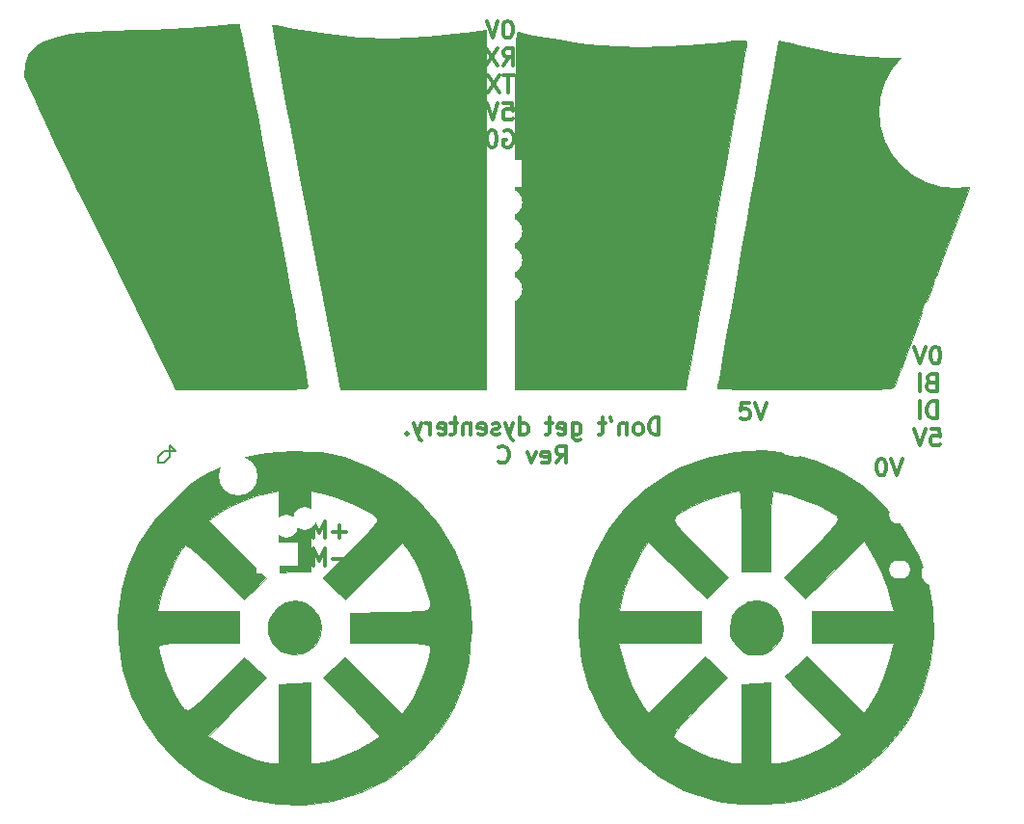
<source format=gbo>
G04 #@! TF.FileFunction,Legend,Bot*
%FSLAX46Y46*%
G04 Gerber Fmt 4.6, Leading zero omitted, Abs format (unit mm)*
G04 Created by KiCad (PCBNEW 4.0.2+dfsg1-stable) date Thu 12 Apr 2018 12:39:55 PM EDT*
%MOMM*%
G01*
G04 APERTURE LIST*
%ADD10C,0.100000*%
%ADD11C,0.300000*%
%ADD12C,0.200000*%
%ADD13C,0.010000*%
%ADD14C,2.400000*%
%ADD15R,2.000000X2.000000*%
%ADD16C,2.000000*%
%ADD17C,4.900000*%
%ADD18O,1.900000X1.600000*%
%ADD19O,2.100000X2.100000*%
%ADD20C,13.400000*%
%ADD21R,3.000000X2.400000*%
%ADD22O,3.000000X2.400000*%
%ADD23C,3.400000*%
G04 APERTURE END LIST*
D10*
D11*
X139611428Y-71668571D02*
X140111428Y-70954286D01*
X140468571Y-71668571D02*
X140468571Y-70168571D01*
X139897143Y-70168571D01*
X139754285Y-70240000D01*
X139682857Y-70311429D01*
X139611428Y-70454286D01*
X139611428Y-70668571D01*
X139682857Y-70811429D01*
X139754285Y-70882857D01*
X139897143Y-70954286D01*
X140468571Y-70954286D01*
X138397143Y-71597143D02*
X138540000Y-71668571D01*
X138825714Y-71668571D01*
X138968571Y-71597143D01*
X139040000Y-71454286D01*
X139040000Y-70882857D01*
X138968571Y-70740000D01*
X138825714Y-70668571D01*
X138540000Y-70668571D01*
X138397143Y-70740000D01*
X138325714Y-70882857D01*
X138325714Y-71025714D01*
X139040000Y-71168571D01*
X137825714Y-70668571D02*
X137468571Y-71668571D01*
X137111429Y-70668571D01*
X134540000Y-71525714D02*
X134611429Y-71597143D01*
X134825715Y-71668571D01*
X134968572Y-71668571D01*
X135182857Y-71597143D01*
X135325715Y-71454286D01*
X135397143Y-71311429D01*
X135468572Y-71025714D01*
X135468572Y-70811429D01*
X135397143Y-70525714D01*
X135325715Y-70382857D01*
X135182857Y-70240000D01*
X134968572Y-70168571D01*
X134825715Y-70168571D01*
X134611429Y-70240000D01*
X134540000Y-70311429D01*
X118291429Y-78268571D02*
X118291429Y-76768571D01*
X118791429Y-77840000D01*
X119291429Y-76768571D01*
X119291429Y-78268571D01*
X120005715Y-77697143D02*
X121148572Y-77697143D01*
X120577143Y-78268571D02*
X120577143Y-77125714D01*
X118291429Y-80668571D02*
X118291429Y-79168571D01*
X118791429Y-80240000D01*
X119291429Y-79168571D01*
X119291429Y-80668571D01*
X120005715Y-80097143D02*
X121148572Y-80097143D01*
X168105715Y-71268571D02*
X168248572Y-71268571D01*
X168391429Y-71340000D01*
X168462858Y-71411429D01*
X168534287Y-71554286D01*
X168605715Y-71840000D01*
X168605715Y-72197143D01*
X168534287Y-72482857D01*
X168462858Y-72625714D01*
X168391429Y-72697143D01*
X168248572Y-72768571D01*
X168105715Y-72768571D01*
X167962858Y-72697143D01*
X167891429Y-72625714D01*
X167820001Y-72482857D01*
X167748572Y-72197143D01*
X167748572Y-71840000D01*
X167820001Y-71554286D01*
X167891429Y-71411429D01*
X167962858Y-71340000D01*
X168105715Y-71268571D01*
X169034286Y-71268571D02*
X169534286Y-72768571D01*
X170034286Y-71268571D01*
X156574287Y-66348571D02*
X155860001Y-66348571D01*
X155788572Y-67062857D01*
X155860001Y-66991429D01*
X156002858Y-66920000D01*
X156360001Y-66920000D01*
X156502858Y-66991429D01*
X156574287Y-67062857D01*
X156645715Y-67205714D01*
X156645715Y-67562857D01*
X156574287Y-67705714D01*
X156502858Y-67777143D01*
X156360001Y-67848571D01*
X156002858Y-67848571D01*
X155860001Y-67777143D01*
X155788572Y-67705714D01*
X157074286Y-66348571D02*
X157574286Y-67848571D01*
X158074286Y-66348571D01*
X173004285Y-61448571D02*
X172861428Y-61448571D01*
X172718571Y-61520000D01*
X172647142Y-61591429D01*
X172575713Y-61734286D01*
X172504285Y-62020000D01*
X172504285Y-62377143D01*
X172575713Y-62662857D01*
X172647142Y-62805714D01*
X172718571Y-62877143D01*
X172861428Y-62948571D01*
X173004285Y-62948571D01*
X173147142Y-62877143D01*
X173218571Y-62805714D01*
X173289999Y-62662857D01*
X173361428Y-62377143D01*
X173361428Y-62020000D01*
X173289999Y-61734286D01*
X173218571Y-61591429D01*
X173147142Y-61520000D01*
X173004285Y-61448571D01*
X172075714Y-61448571D02*
X171575714Y-62948571D01*
X171075714Y-61448571D01*
X172540000Y-64562857D02*
X172325714Y-64634286D01*
X172254286Y-64705714D01*
X172182857Y-64848571D01*
X172182857Y-65062857D01*
X172254286Y-65205714D01*
X172325714Y-65277143D01*
X172468572Y-65348571D01*
X173040000Y-65348571D01*
X173040000Y-63848571D01*
X172540000Y-63848571D01*
X172397143Y-63920000D01*
X172325714Y-63991429D01*
X172254286Y-64134286D01*
X172254286Y-64277143D01*
X172325714Y-64420000D01*
X172397143Y-64491429D01*
X172540000Y-64562857D01*
X173040000Y-64562857D01*
X171540000Y-65348571D02*
X171540000Y-63848571D01*
X173040000Y-67748571D02*
X173040000Y-66248571D01*
X172682857Y-66248571D01*
X172468572Y-66320000D01*
X172325714Y-66462857D01*
X172254286Y-66605714D01*
X172182857Y-66891429D01*
X172182857Y-67105714D01*
X172254286Y-67391429D01*
X172325714Y-67534286D01*
X172468572Y-67677143D01*
X172682857Y-67748571D01*
X173040000Y-67748571D01*
X171540000Y-67748571D02*
X171540000Y-66248571D01*
X172575713Y-68648571D02*
X173289999Y-68648571D01*
X173361428Y-69362857D01*
X173289999Y-69291429D01*
X173147142Y-69220000D01*
X172789999Y-69220000D01*
X172647142Y-69291429D01*
X172575713Y-69362857D01*
X172504285Y-69505714D01*
X172504285Y-69862857D01*
X172575713Y-70005714D01*
X172647142Y-70077143D01*
X172789999Y-70148571D01*
X173147142Y-70148571D01*
X173289999Y-70077143D01*
X173361428Y-70005714D01*
X172075714Y-68648571D02*
X171575714Y-70148571D01*
X171075714Y-68648571D01*
X135444285Y-32828571D02*
X135301428Y-32828571D01*
X135158571Y-32900000D01*
X135087142Y-32971429D01*
X135015713Y-33114286D01*
X134944285Y-33400000D01*
X134944285Y-33757143D01*
X135015713Y-34042857D01*
X135087142Y-34185714D01*
X135158571Y-34257143D01*
X135301428Y-34328571D01*
X135444285Y-34328571D01*
X135587142Y-34257143D01*
X135658571Y-34185714D01*
X135729999Y-34042857D01*
X135801428Y-33757143D01*
X135801428Y-33400000D01*
X135729999Y-33114286D01*
X135658571Y-32971429D01*
X135587142Y-32900000D01*
X135444285Y-32828571D01*
X134515714Y-32828571D02*
X134015714Y-34328571D01*
X133515714Y-32828571D01*
X134979999Y-36728571D02*
X135479999Y-36014286D01*
X135837142Y-36728571D02*
X135837142Y-35228571D01*
X135265714Y-35228571D01*
X135122856Y-35300000D01*
X135051428Y-35371429D01*
X134979999Y-35514286D01*
X134979999Y-35728571D01*
X135051428Y-35871429D01*
X135122856Y-35942857D01*
X135265714Y-36014286D01*
X135837142Y-36014286D01*
X134479999Y-35228571D02*
X133479999Y-36728571D01*
X133479999Y-35228571D02*
X134479999Y-36728571D01*
X135872857Y-37628571D02*
X135015714Y-37628571D01*
X135444285Y-39128571D02*
X135444285Y-37628571D01*
X134658571Y-37628571D02*
X133658571Y-39128571D01*
X133658571Y-37628571D02*
X134658571Y-39128571D01*
X135015713Y-40028571D02*
X135729999Y-40028571D01*
X135801428Y-40742857D01*
X135729999Y-40671429D01*
X135587142Y-40600000D01*
X135229999Y-40600000D01*
X135087142Y-40671429D01*
X135015713Y-40742857D01*
X134944285Y-40885714D01*
X134944285Y-41242857D01*
X135015713Y-41385714D01*
X135087142Y-41457143D01*
X135229999Y-41528571D01*
X135587142Y-41528571D01*
X135729999Y-41457143D01*
X135801428Y-41385714D01*
X134515714Y-40028571D02*
X134015714Y-41528571D01*
X133515714Y-40028571D01*
X135051428Y-42500000D02*
X135194285Y-42428571D01*
X135408571Y-42428571D01*
X135622856Y-42500000D01*
X135765714Y-42642857D01*
X135837142Y-42785714D01*
X135908571Y-43071429D01*
X135908571Y-43285714D01*
X135837142Y-43571429D01*
X135765714Y-43714286D01*
X135622856Y-43857143D01*
X135408571Y-43928571D01*
X135265714Y-43928571D01*
X135051428Y-43857143D01*
X134979999Y-43785714D01*
X134979999Y-43285714D01*
X135265714Y-43285714D01*
X134051428Y-42428571D02*
X133908571Y-42428571D01*
X133765714Y-42500000D01*
X133694285Y-42571429D01*
X133622856Y-42714286D01*
X133551428Y-43000000D01*
X133551428Y-43357143D01*
X133622856Y-43642857D01*
X133694285Y-43785714D01*
X133765714Y-43857143D01*
X133908571Y-43928571D01*
X134051428Y-43928571D01*
X134194285Y-43857143D01*
X134265714Y-43785714D01*
X134337142Y-43642857D01*
X134408571Y-43357143D01*
X134408571Y-43000000D01*
X134337142Y-42714286D01*
X134265714Y-42571429D01*
X134194285Y-42500000D01*
X134051428Y-42428571D01*
D12*
X105156000Y-70612000D02*
X106172000Y-70612000D01*
X104648000Y-71120000D02*
X105156000Y-70612000D01*
X104648000Y-71628000D02*
X104648000Y-71120000D01*
X105156000Y-71628000D02*
X104648000Y-71628000D01*
X105664000Y-71120000D02*
X105156000Y-71628000D01*
X105664000Y-70104000D02*
X105664000Y-71120000D01*
X106172000Y-70612000D02*
X105664000Y-70104000D01*
D11*
X148646428Y-69188571D02*
X148646428Y-67688571D01*
X148289285Y-67688571D01*
X148075000Y-67760000D01*
X147932142Y-67902857D01*
X147860714Y-68045714D01*
X147789285Y-68331429D01*
X147789285Y-68545714D01*
X147860714Y-68831429D01*
X147932142Y-68974286D01*
X148075000Y-69117143D01*
X148289285Y-69188571D01*
X148646428Y-69188571D01*
X146932142Y-69188571D02*
X147075000Y-69117143D01*
X147146428Y-69045714D01*
X147217857Y-68902857D01*
X147217857Y-68474286D01*
X147146428Y-68331429D01*
X147075000Y-68260000D01*
X146932142Y-68188571D01*
X146717857Y-68188571D01*
X146575000Y-68260000D01*
X146503571Y-68331429D01*
X146432142Y-68474286D01*
X146432142Y-68902857D01*
X146503571Y-69045714D01*
X146575000Y-69117143D01*
X146717857Y-69188571D01*
X146932142Y-69188571D01*
X145789285Y-68188571D02*
X145789285Y-69188571D01*
X145789285Y-68331429D02*
X145717857Y-68260000D01*
X145574999Y-68188571D01*
X145360714Y-68188571D01*
X145217857Y-68260000D01*
X145146428Y-68402857D01*
X145146428Y-69188571D01*
X144360714Y-67688571D02*
X144503571Y-67974286D01*
X143932142Y-68188571D02*
X143360713Y-68188571D01*
X143717856Y-67688571D02*
X143717856Y-68974286D01*
X143646428Y-69117143D01*
X143503570Y-69188571D01*
X143360713Y-69188571D01*
X141074999Y-68188571D02*
X141074999Y-69402857D01*
X141146428Y-69545714D01*
X141217856Y-69617143D01*
X141360713Y-69688571D01*
X141574999Y-69688571D01*
X141717856Y-69617143D01*
X141074999Y-69117143D02*
X141217856Y-69188571D01*
X141503570Y-69188571D01*
X141646428Y-69117143D01*
X141717856Y-69045714D01*
X141789285Y-68902857D01*
X141789285Y-68474286D01*
X141717856Y-68331429D01*
X141646428Y-68260000D01*
X141503570Y-68188571D01*
X141217856Y-68188571D01*
X141074999Y-68260000D01*
X139789285Y-69117143D02*
X139932142Y-69188571D01*
X140217856Y-69188571D01*
X140360713Y-69117143D01*
X140432142Y-68974286D01*
X140432142Y-68402857D01*
X140360713Y-68260000D01*
X140217856Y-68188571D01*
X139932142Y-68188571D01*
X139789285Y-68260000D01*
X139717856Y-68402857D01*
X139717856Y-68545714D01*
X140432142Y-68688571D01*
X139289285Y-68188571D02*
X138717856Y-68188571D01*
X139074999Y-67688571D02*
X139074999Y-68974286D01*
X139003571Y-69117143D01*
X138860713Y-69188571D01*
X138717856Y-69188571D01*
X136432142Y-69188571D02*
X136432142Y-67688571D01*
X136432142Y-69117143D02*
X136574999Y-69188571D01*
X136860713Y-69188571D01*
X137003571Y-69117143D01*
X137074999Y-69045714D01*
X137146428Y-68902857D01*
X137146428Y-68474286D01*
X137074999Y-68331429D01*
X137003571Y-68260000D01*
X136860713Y-68188571D01*
X136574999Y-68188571D01*
X136432142Y-68260000D01*
X135860713Y-68188571D02*
X135503570Y-69188571D01*
X135146428Y-68188571D02*
X135503570Y-69188571D01*
X135646428Y-69545714D01*
X135717856Y-69617143D01*
X135860713Y-69688571D01*
X134646428Y-69117143D02*
X134503571Y-69188571D01*
X134217856Y-69188571D01*
X134074999Y-69117143D01*
X134003571Y-68974286D01*
X134003571Y-68902857D01*
X134074999Y-68760000D01*
X134217856Y-68688571D01*
X134432142Y-68688571D01*
X134574999Y-68617143D01*
X134646428Y-68474286D01*
X134646428Y-68402857D01*
X134574999Y-68260000D01*
X134432142Y-68188571D01*
X134217856Y-68188571D01*
X134074999Y-68260000D01*
X132789285Y-69117143D02*
X132932142Y-69188571D01*
X133217856Y-69188571D01*
X133360713Y-69117143D01*
X133432142Y-68974286D01*
X133432142Y-68402857D01*
X133360713Y-68260000D01*
X133217856Y-68188571D01*
X132932142Y-68188571D01*
X132789285Y-68260000D01*
X132717856Y-68402857D01*
X132717856Y-68545714D01*
X133432142Y-68688571D01*
X132074999Y-68188571D02*
X132074999Y-69188571D01*
X132074999Y-68331429D02*
X132003571Y-68260000D01*
X131860713Y-68188571D01*
X131646428Y-68188571D01*
X131503571Y-68260000D01*
X131432142Y-68402857D01*
X131432142Y-69188571D01*
X130932142Y-68188571D02*
X130360713Y-68188571D01*
X130717856Y-67688571D02*
X130717856Y-68974286D01*
X130646428Y-69117143D01*
X130503570Y-69188571D01*
X130360713Y-69188571D01*
X129289285Y-69117143D02*
X129432142Y-69188571D01*
X129717856Y-69188571D01*
X129860713Y-69117143D01*
X129932142Y-68974286D01*
X129932142Y-68402857D01*
X129860713Y-68260000D01*
X129717856Y-68188571D01*
X129432142Y-68188571D01*
X129289285Y-68260000D01*
X129217856Y-68402857D01*
X129217856Y-68545714D01*
X129932142Y-68688571D01*
X128574999Y-69188571D02*
X128574999Y-68188571D01*
X128574999Y-68474286D02*
X128503571Y-68331429D01*
X128432142Y-68260000D01*
X128289285Y-68188571D01*
X128146428Y-68188571D01*
X127789285Y-68188571D02*
X127432142Y-69188571D01*
X127075000Y-68188571D02*
X127432142Y-69188571D01*
X127575000Y-69545714D01*
X127646428Y-69617143D01*
X127789285Y-69688571D01*
X126503571Y-69045714D02*
X126432143Y-69117143D01*
X126503571Y-69188571D01*
X126575000Y-69117143D01*
X126503571Y-69045714D01*
X126503571Y-69188571D01*
D13*
G36*
X118005156Y-70658163D02*
X118980238Y-70716108D01*
X119794348Y-70830896D01*
X120578252Y-71017736D01*
X120971667Y-71134216D01*
X123445093Y-72103498D01*
X125643659Y-73394667D01*
X127565913Y-75006481D01*
X129210404Y-76937696D01*
X130575682Y-79187070D01*
X130727937Y-79493224D01*
X131435278Y-81157086D01*
X131890702Y-82774641D01*
X132120676Y-84482845D01*
X132151669Y-86418658D01*
X132138546Y-86792506D01*
X131916450Y-89082060D01*
X131431942Y-91130844D01*
X130653336Y-93053017D01*
X130131666Y-94023300D01*
X129440163Y-95032751D01*
X128500022Y-96157241D01*
X127414753Y-97292067D01*
X126287869Y-98332528D01*
X125222882Y-99173919D01*
X124706926Y-99510429D01*
X122447214Y-100598286D01*
X120016317Y-101315669D01*
X117467589Y-101650981D01*
X115045000Y-101610356D01*
X112623274Y-101195948D01*
X110353462Y-100410640D01*
X108264666Y-99288662D01*
X106385990Y-97864241D01*
X104746537Y-96171608D01*
X103375411Y-94244989D01*
X102301715Y-92118616D01*
X101554553Y-89826715D01*
X101163027Y-87403515D01*
X101132559Y-85247822D01*
X101197362Y-84710000D01*
X104626220Y-84710000D01*
X111772298Y-84710000D01*
X111768232Y-86085571D01*
X111764167Y-87461141D01*
X108218750Y-87461404D01*
X106856098Y-87468695D01*
X105868732Y-87492796D01*
X105208810Y-87537393D01*
X104828487Y-87606176D01*
X104679920Y-87702831D01*
X104673334Y-87734696D01*
X104757311Y-88336218D01*
X104979146Y-89180952D01*
X105293694Y-90130377D01*
X105655809Y-91045970D01*
X105958409Y-91677759D01*
X106370793Y-92453795D01*
X106688747Y-92997252D01*
X106972396Y-93300383D01*
X107281866Y-93355443D01*
X107677285Y-93154685D01*
X108218779Y-92690363D01*
X108966472Y-91954732D01*
X109726819Y-91192279D01*
X112232564Y-88693062D01*
X114165254Y-90530834D01*
X111622195Y-93093536D01*
X109079137Y-95656238D01*
X110209985Y-96356651D01*
X111110434Y-96849597D01*
X112137624Y-97311813D01*
X113165842Y-97695884D01*
X114069374Y-97954395D01*
X114674584Y-98040536D01*
X115256667Y-98045000D01*
X115256667Y-91096122D01*
X116632944Y-91025144D01*
X118009222Y-90954167D01*
X118008778Y-94499584D01*
X118008334Y-98045000D01*
X118590417Y-98040536D01*
X119267346Y-97938183D01*
X120181543Y-97671338D01*
X121204401Y-97288458D01*
X122207316Y-96838002D01*
X123061681Y-96368428D01*
X123110773Y-96337268D01*
X124180478Y-95650839D01*
X121649868Y-93090836D01*
X119119258Y-90530834D01*
X120089608Y-89625673D01*
X121059959Y-88720513D01*
X123564053Y-91213173D01*
X126068146Y-93705834D01*
X126483670Y-93176667D01*
X127026079Y-92342872D01*
X127571740Y-91264636D01*
X128040607Y-90112577D01*
X128284166Y-89338946D01*
X128468664Y-88662270D01*
X128573709Y-88170627D01*
X128548632Y-87834640D01*
X128342762Y-87624935D01*
X127905429Y-87512136D01*
X127185963Y-87466867D01*
X126133694Y-87459754D01*
X125046250Y-87461796D01*
X121500834Y-87461925D01*
X121530802Y-86138879D01*
X121560770Y-84815834D01*
X125076218Y-84757799D01*
X126423531Y-84737181D01*
X127397664Y-84705995D01*
X128048285Y-84633459D01*
X128425065Y-84488791D01*
X128577674Y-84241207D01*
X128555780Y-83859925D01*
X128409054Y-83314161D01*
X128250561Y-82790501D01*
X127806535Y-81544707D01*
X127252892Y-80365066D01*
X126665016Y-79406789D01*
X126508970Y-79204647D01*
X126075154Y-78677500D01*
X121077500Y-83634014D01*
X119129738Y-81782976D01*
X121629857Y-79289370D01*
X122579524Y-78329758D01*
X123251052Y-77617664D01*
X123676978Y-77113047D01*
X123889841Y-76775866D01*
X123922181Y-76566080D01*
X123890613Y-76507350D01*
X123357280Y-76057572D01*
X122516739Y-75568851D01*
X121476201Y-75088651D01*
X120342878Y-74664439D01*
X119223983Y-74343678D01*
X118802084Y-74254529D01*
X118008334Y-74107484D01*
X118008308Y-77662492D01*
X118008283Y-81217500D01*
X116632475Y-81232903D01*
X115256667Y-81248305D01*
X115256667Y-74107484D01*
X114462917Y-74250806D01*
X113326195Y-74544392D01*
X112062750Y-75008509D01*
X110864682Y-75564934D01*
X110043957Y-76050158D01*
X109068964Y-76720971D01*
X114118646Y-81770653D01*
X112215774Y-83673525D01*
X109737530Y-81201737D01*
X108899461Y-80386392D01*
X108155391Y-79701101D01*
X107559370Y-79192605D01*
X107165452Y-78907648D01*
X107037618Y-78866948D01*
X106682711Y-79244722D01*
X106261470Y-79932998D01*
X105817868Y-80833569D01*
X105395877Y-81848228D01*
X105039470Y-82878767D01*
X104792620Y-83826979D01*
X104773945Y-83922560D01*
X104626220Y-84710000D01*
X101197362Y-84710000D01*
X101422082Y-82844978D01*
X102036840Y-80654645D01*
X103002255Y-78621581D01*
X104343745Y-76690548D01*
X105815683Y-75071243D01*
X106791211Y-74136886D01*
X107615808Y-73439783D01*
X108408155Y-72890818D01*
X109286934Y-72400871D01*
X109541667Y-72273410D01*
X111029136Y-71594189D01*
X112355997Y-71124523D01*
X113668189Y-70831324D01*
X115111654Y-70681506D01*
X116738334Y-70641852D01*
X118005156Y-70658163D01*
X118005156Y-70658163D01*
G37*
X118005156Y-70658163D02*
X118980238Y-70716108D01*
X119794348Y-70830896D01*
X120578252Y-71017736D01*
X120971667Y-71134216D01*
X123445093Y-72103498D01*
X125643659Y-73394667D01*
X127565913Y-75006481D01*
X129210404Y-76937696D01*
X130575682Y-79187070D01*
X130727937Y-79493224D01*
X131435278Y-81157086D01*
X131890702Y-82774641D01*
X132120676Y-84482845D01*
X132151669Y-86418658D01*
X132138546Y-86792506D01*
X131916450Y-89082060D01*
X131431942Y-91130844D01*
X130653336Y-93053017D01*
X130131666Y-94023300D01*
X129440163Y-95032751D01*
X128500022Y-96157241D01*
X127414753Y-97292067D01*
X126287869Y-98332528D01*
X125222882Y-99173919D01*
X124706926Y-99510429D01*
X122447214Y-100598286D01*
X120016317Y-101315669D01*
X117467589Y-101650981D01*
X115045000Y-101610356D01*
X112623274Y-101195948D01*
X110353462Y-100410640D01*
X108264666Y-99288662D01*
X106385990Y-97864241D01*
X104746537Y-96171608D01*
X103375411Y-94244989D01*
X102301715Y-92118616D01*
X101554553Y-89826715D01*
X101163027Y-87403515D01*
X101132559Y-85247822D01*
X101197362Y-84710000D01*
X104626220Y-84710000D01*
X111772298Y-84710000D01*
X111768232Y-86085571D01*
X111764167Y-87461141D01*
X108218750Y-87461404D01*
X106856098Y-87468695D01*
X105868732Y-87492796D01*
X105208810Y-87537393D01*
X104828487Y-87606176D01*
X104679920Y-87702831D01*
X104673334Y-87734696D01*
X104757311Y-88336218D01*
X104979146Y-89180952D01*
X105293694Y-90130377D01*
X105655809Y-91045970D01*
X105958409Y-91677759D01*
X106370793Y-92453795D01*
X106688747Y-92997252D01*
X106972396Y-93300383D01*
X107281866Y-93355443D01*
X107677285Y-93154685D01*
X108218779Y-92690363D01*
X108966472Y-91954732D01*
X109726819Y-91192279D01*
X112232564Y-88693062D01*
X114165254Y-90530834D01*
X111622195Y-93093536D01*
X109079137Y-95656238D01*
X110209985Y-96356651D01*
X111110434Y-96849597D01*
X112137624Y-97311813D01*
X113165842Y-97695884D01*
X114069374Y-97954395D01*
X114674584Y-98040536D01*
X115256667Y-98045000D01*
X115256667Y-91096122D01*
X116632944Y-91025144D01*
X118009222Y-90954167D01*
X118008778Y-94499584D01*
X118008334Y-98045000D01*
X118590417Y-98040536D01*
X119267346Y-97938183D01*
X120181543Y-97671338D01*
X121204401Y-97288458D01*
X122207316Y-96838002D01*
X123061681Y-96368428D01*
X123110773Y-96337268D01*
X124180478Y-95650839D01*
X121649868Y-93090836D01*
X119119258Y-90530834D01*
X120089608Y-89625673D01*
X121059959Y-88720513D01*
X123564053Y-91213173D01*
X126068146Y-93705834D01*
X126483670Y-93176667D01*
X127026079Y-92342872D01*
X127571740Y-91264636D01*
X128040607Y-90112577D01*
X128284166Y-89338946D01*
X128468664Y-88662270D01*
X128573709Y-88170627D01*
X128548632Y-87834640D01*
X128342762Y-87624935D01*
X127905429Y-87512136D01*
X127185963Y-87466867D01*
X126133694Y-87459754D01*
X125046250Y-87461796D01*
X121500834Y-87461925D01*
X121530802Y-86138879D01*
X121560770Y-84815834D01*
X125076218Y-84757799D01*
X126423531Y-84737181D01*
X127397664Y-84705995D01*
X128048285Y-84633459D01*
X128425065Y-84488791D01*
X128577674Y-84241207D01*
X128555780Y-83859925D01*
X128409054Y-83314161D01*
X128250561Y-82790501D01*
X127806535Y-81544707D01*
X127252892Y-80365066D01*
X126665016Y-79406789D01*
X126508970Y-79204647D01*
X126075154Y-78677500D01*
X121077500Y-83634014D01*
X119129738Y-81782976D01*
X121629857Y-79289370D01*
X122579524Y-78329758D01*
X123251052Y-77617664D01*
X123676978Y-77113047D01*
X123889841Y-76775866D01*
X123922181Y-76566080D01*
X123890613Y-76507350D01*
X123357280Y-76057572D01*
X122516739Y-75568851D01*
X121476201Y-75088651D01*
X120342878Y-74664439D01*
X119223983Y-74343678D01*
X118802084Y-74254529D01*
X118008334Y-74107484D01*
X118008308Y-77662492D01*
X118008283Y-81217500D01*
X116632475Y-81232903D01*
X115256667Y-81248305D01*
X115256667Y-74107484D01*
X114462917Y-74250806D01*
X113326195Y-74544392D01*
X112062750Y-75008509D01*
X110864682Y-75564934D01*
X110043957Y-76050158D01*
X109068964Y-76720971D01*
X114118646Y-81770653D01*
X112215774Y-83673525D01*
X109737530Y-81201737D01*
X108899461Y-80386392D01*
X108155391Y-79701101D01*
X107559370Y-79192605D01*
X107165452Y-78907648D01*
X107037618Y-78866948D01*
X106682711Y-79244722D01*
X106261470Y-79932998D01*
X105817868Y-80833569D01*
X105395877Y-81848228D01*
X105039470Y-82878767D01*
X104792620Y-83826979D01*
X104773945Y-83922560D01*
X104626220Y-84710000D01*
X101197362Y-84710000D01*
X101422082Y-82844978D01*
X102036840Y-80654645D01*
X103002255Y-78621581D01*
X104343745Y-76690548D01*
X105815683Y-75071243D01*
X106791211Y-74136886D01*
X107615808Y-73439783D01*
X108408155Y-72890818D01*
X109286934Y-72400871D01*
X109541667Y-72273410D01*
X111029136Y-71594189D01*
X112355997Y-71124523D01*
X113668189Y-70831324D01*
X115111654Y-70681506D01*
X116738334Y-70641852D01*
X118005156Y-70658163D01*
G36*
X160098211Y-70826065D02*
X162388995Y-71444272D01*
X164557972Y-72408150D01*
X166566035Y-73703461D01*
X168374076Y-75315967D01*
X169942986Y-77231429D01*
X171233657Y-79435609D01*
X171353319Y-79687244D01*
X172205203Y-82006962D01*
X172665951Y-84421112D01*
X172740133Y-86873692D01*
X172432316Y-89308703D01*
X171747070Y-91670144D01*
X170688963Y-93902015D01*
X170119646Y-94809165D01*
X168516325Y-96805115D01*
X166634612Y-98502440D01*
X164516642Y-99871368D01*
X162204547Y-100882131D01*
X161026105Y-101234424D01*
X159475100Y-101511204D01*
X157702145Y-101634002D01*
X155876134Y-101603196D01*
X154165964Y-101419168D01*
X153193580Y-101216805D01*
X150856057Y-100390443D01*
X148689234Y-99199525D01*
X146735692Y-97682978D01*
X145038012Y-95879727D01*
X143638777Y-93828698D01*
X142580567Y-91568815D01*
X142550695Y-91487691D01*
X141873171Y-89045565D01*
X141695859Y-87461667D01*
X145093601Y-87461667D01*
X145224694Y-88043750D01*
X145700577Y-89827588D01*
X146271835Y-91310684D01*
X146987748Y-92613111D01*
X147274562Y-93038518D01*
X147699832Y-93641202D01*
X150207951Y-91139618D01*
X152716070Y-88638033D01*
X153674225Y-89578390D01*
X154632379Y-90518748D01*
X152158679Y-92998909D01*
X151220674Y-93951187D01*
X150558482Y-94655976D01*
X150138676Y-95154891D01*
X149927829Y-95489548D01*
X149892513Y-95701562D01*
X149929673Y-95773909D01*
X150419517Y-96180308D01*
X151206810Y-96637275D01*
X152177292Y-97096863D01*
X153216702Y-97511124D01*
X154210779Y-97832110D01*
X155045262Y-98011872D01*
X155314584Y-98033617D01*
X155896667Y-98045000D01*
X155896667Y-91097601D01*
X157167053Y-91025884D01*
X158437438Y-90954167D01*
X158437053Y-94499584D01*
X158436667Y-98045000D01*
X158927416Y-98045000D01*
X159744332Y-97935061D01*
X160779358Y-97640406D01*
X161900143Y-97213778D01*
X162974333Y-96707920D01*
X163869577Y-96175575D01*
X164153687Y-95962303D01*
X164680834Y-95528488D01*
X162151298Y-92983918D01*
X161326210Y-92145053D01*
X160625465Y-91415554D01*
X160095578Y-90845262D01*
X159783064Y-90484017D01*
X159720381Y-90379258D01*
X159916768Y-90213162D01*
X160323033Y-89845468D01*
X160718703Y-89479169D01*
X161618406Y-88639172D01*
X166633502Y-93641202D01*
X167058772Y-93038518D01*
X167835454Y-91770319D01*
X168450632Y-90362510D01*
X168953583Y-88695017D01*
X169108640Y-88043750D01*
X169239732Y-87461667D01*
X162035000Y-87461667D01*
X162035000Y-84710000D01*
X169239732Y-84710000D01*
X169111182Y-84127917D01*
X168667062Y-82548013D01*
X168064788Y-81016151D01*
X167399340Y-79755196D01*
X166633259Y-78530454D01*
X164069546Y-81059673D01*
X161505834Y-83588891D01*
X160583851Y-82640499D01*
X159661869Y-81692106D01*
X162171351Y-79168283D01*
X163128298Y-78209442D01*
X163806642Y-77503737D01*
X164213900Y-76992297D01*
X164357585Y-76616252D01*
X164245214Y-76316730D01*
X163884300Y-76034862D01*
X163282361Y-75711776D01*
X162653075Y-75394670D01*
X161910397Y-75062685D01*
X161010477Y-74727441D01*
X160086816Y-74431445D01*
X159272918Y-74217203D01*
X158702282Y-74127224D01*
X158670697Y-74126667D01*
X158573788Y-74301233D01*
X158503556Y-74837050D01*
X158458803Y-75752295D01*
X158438330Y-77065145D01*
X158436667Y-77675611D01*
X158436667Y-81224556D01*
X155896667Y-81224556D01*
X155896667Y-77675611D01*
X155885155Y-76206030D01*
X155849822Y-75140999D01*
X155789467Y-74462342D01*
X155702893Y-74151882D01*
X155662636Y-74126667D01*
X155117608Y-74204693D01*
X154318479Y-74410432D01*
X153398750Y-74701377D01*
X152491924Y-75035020D01*
X151731502Y-75368854D01*
X151680259Y-75394670D01*
X150896234Y-75790422D01*
X150347396Y-76099215D01*
X150041260Y-76379919D01*
X149985343Y-76691407D01*
X150187157Y-77092547D01*
X150654220Y-77642210D01*
X151394046Y-78399268D01*
X152161982Y-79168283D01*
X154671464Y-81692106D01*
X153749482Y-82640499D01*
X152827500Y-83588891D01*
X147707494Y-78537855D01*
X147021756Y-79606486D01*
X146215503Y-81098365D01*
X145598611Y-82711906D01*
X145327250Y-83795066D01*
X145156321Y-84710000D01*
X152298334Y-84710000D01*
X152298334Y-87461667D01*
X145093601Y-87461667D01*
X141695859Y-87461667D01*
X141598719Y-86593942D01*
X141710723Y-84173368D01*
X142192563Y-81824388D01*
X143027622Y-79587546D01*
X144199282Y-77503388D01*
X145690925Y-75612459D01*
X147485933Y-73955304D01*
X149567688Y-72572469D01*
X150499167Y-72094716D01*
X152886098Y-71187855D01*
X155307655Y-70683619D01*
X157724728Y-70567768D01*
X160098211Y-70826065D01*
X160098211Y-70826065D01*
G37*
X160098211Y-70826065D02*
X162388995Y-71444272D01*
X164557972Y-72408150D01*
X166566035Y-73703461D01*
X168374076Y-75315967D01*
X169942986Y-77231429D01*
X171233657Y-79435609D01*
X171353319Y-79687244D01*
X172205203Y-82006962D01*
X172665951Y-84421112D01*
X172740133Y-86873692D01*
X172432316Y-89308703D01*
X171747070Y-91670144D01*
X170688963Y-93902015D01*
X170119646Y-94809165D01*
X168516325Y-96805115D01*
X166634612Y-98502440D01*
X164516642Y-99871368D01*
X162204547Y-100882131D01*
X161026105Y-101234424D01*
X159475100Y-101511204D01*
X157702145Y-101634002D01*
X155876134Y-101603196D01*
X154165964Y-101419168D01*
X153193580Y-101216805D01*
X150856057Y-100390443D01*
X148689234Y-99199525D01*
X146735692Y-97682978D01*
X145038012Y-95879727D01*
X143638777Y-93828698D01*
X142580567Y-91568815D01*
X142550695Y-91487691D01*
X141873171Y-89045565D01*
X141695859Y-87461667D01*
X145093601Y-87461667D01*
X145224694Y-88043750D01*
X145700577Y-89827588D01*
X146271835Y-91310684D01*
X146987748Y-92613111D01*
X147274562Y-93038518D01*
X147699832Y-93641202D01*
X150207951Y-91139618D01*
X152716070Y-88638033D01*
X153674225Y-89578390D01*
X154632379Y-90518748D01*
X152158679Y-92998909D01*
X151220674Y-93951187D01*
X150558482Y-94655976D01*
X150138676Y-95154891D01*
X149927829Y-95489548D01*
X149892513Y-95701562D01*
X149929673Y-95773909D01*
X150419517Y-96180308D01*
X151206810Y-96637275D01*
X152177292Y-97096863D01*
X153216702Y-97511124D01*
X154210779Y-97832110D01*
X155045262Y-98011872D01*
X155314584Y-98033617D01*
X155896667Y-98045000D01*
X155896667Y-91097601D01*
X157167053Y-91025884D01*
X158437438Y-90954167D01*
X158437053Y-94499584D01*
X158436667Y-98045000D01*
X158927416Y-98045000D01*
X159744332Y-97935061D01*
X160779358Y-97640406D01*
X161900143Y-97213778D01*
X162974333Y-96707920D01*
X163869577Y-96175575D01*
X164153687Y-95962303D01*
X164680834Y-95528488D01*
X162151298Y-92983918D01*
X161326210Y-92145053D01*
X160625465Y-91415554D01*
X160095578Y-90845262D01*
X159783064Y-90484017D01*
X159720381Y-90379258D01*
X159916768Y-90213162D01*
X160323033Y-89845468D01*
X160718703Y-89479169D01*
X161618406Y-88639172D01*
X166633502Y-93641202D01*
X167058772Y-93038518D01*
X167835454Y-91770319D01*
X168450632Y-90362510D01*
X168953583Y-88695017D01*
X169108640Y-88043750D01*
X169239732Y-87461667D01*
X162035000Y-87461667D01*
X162035000Y-84710000D01*
X169239732Y-84710000D01*
X169111182Y-84127917D01*
X168667062Y-82548013D01*
X168064788Y-81016151D01*
X167399340Y-79755196D01*
X166633259Y-78530454D01*
X164069546Y-81059673D01*
X161505834Y-83588891D01*
X160583851Y-82640499D01*
X159661869Y-81692106D01*
X162171351Y-79168283D01*
X163128298Y-78209442D01*
X163806642Y-77503737D01*
X164213900Y-76992297D01*
X164357585Y-76616252D01*
X164245214Y-76316730D01*
X163884300Y-76034862D01*
X163282361Y-75711776D01*
X162653075Y-75394670D01*
X161910397Y-75062685D01*
X161010477Y-74727441D01*
X160086816Y-74431445D01*
X159272918Y-74217203D01*
X158702282Y-74127224D01*
X158670697Y-74126667D01*
X158573788Y-74301233D01*
X158503556Y-74837050D01*
X158458803Y-75752295D01*
X158438330Y-77065145D01*
X158436667Y-77675611D01*
X158436667Y-81224556D01*
X155896667Y-81224556D01*
X155896667Y-77675611D01*
X155885155Y-76206030D01*
X155849822Y-75140999D01*
X155789467Y-74462342D01*
X155702893Y-74151882D01*
X155662636Y-74126667D01*
X155117608Y-74204693D01*
X154318479Y-74410432D01*
X153398750Y-74701377D01*
X152491924Y-75035020D01*
X151731502Y-75368854D01*
X151680259Y-75394670D01*
X150896234Y-75790422D01*
X150347396Y-76099215D01*
X150041260Y-76379919D01*
X149985343Y-76691407D01*
X150187157Y-77092547D01*
X150654220Y-77642210D01*
X151394046Y-78399268D01*
X152161982Y-79168283D01*
X154671464Y-81692106D01*
X153749482Y-82640499D01*
X152827500Y-83588891D01*
X147707494Y-78537855D01*
X147021756Y-79606486D01*
X146215503Y-81098365D01*
X145598611Y-82711906D01*
X145327250Y-83795066D01*
X145156321Y-84710000D01*
X152298334Y-84710000D01*
X152298334Y-87461667D01*
X145093601Y-87461667D01*
X141695859Y-87461667D01*
X141598719Y-86593942D01*
X141710723Y-84173368D01*
X142192563Y-81824388D01*
X143027622Y-79587546D01*
X144199282Y-77503388D01*
X145690925Y-75612459D01*
X147485933Y-73955304D01*
X149567688Y-72572469D01*
X150499167Y-72094716D01*
X152886098Y-71187855D01*
X155307655Y-70683619D01*
X157724728Y-70567768D01*
X160098211Y-70826065D01*
G36*
X111771804Y-33106248D02*
X111825208Y-33323685D01*
X111948770Y-33918235D01*
X112135097Y-34850842D01*
X112376798Y-36082448D01*
X112666481Y-37573998D01*
X112996755Y-39286435D01*
X113360227Y-41180701D01*
X113749506Y-43217742D01*
X114157201Y-45358499D01*
X114575919Y-47563916D01*
X114998268Y-49794937D01*
X115416857Y-52012505D01*
X115824295Y-54177563D01*
X116213189Y-56251055D01*
X116576147Y-58193925D01*
X116905779Y-59967115D01*
X117194692Y-61531569D01*
X117435494Y-62848230D01*
X117620793Y-63878043D01*
X117743199Y-64581949D01*
X117795319Y-64920893D01*
X117796667Y-64940490D01*
X117736204Y-65030203D01*
X117526223Y-65100435D01*
X117123831Y-65153382D01*
X116486138Y-65191239D01*
X115570254Y-65216205D01*
X114333286Y-65230475D01*
X112732345Y-65236245D01*
X112013491Y-65236667D01*
X106230315Y-65236667D01*
X99645533Y-51848750D01*
X98547130Y-49608223D01*
X97502499Y-47463226D01*
X96527086Y-45446370D01*
X95636340Y-43590263D01*
X94845707Y-41927515D01*
X94170635Y-40490736D01*
X93626571Y-39312535D01*
X93228963Y-38425523D01*
X92993257Y-37862308D01*
X92932876Y-37678234D01*
X92969208Y-36665010D01*
X93367310Y-35688950D01*
X93909979Y-35028422D01*
X94579227Y-34600255D01*
X95579380Y-34252598D01*
X96928759Y-33982475D01*
X98645684Y-33786912D01*
X100748474Y-33662934D01*
X102614887Y-33614770D01*
X104134751Y-33580648D01*
X105679867Y-33524628D01*
X107139253Y-33452247D01*
X108401923Y-33369043D01*
X109356894Y-33280553D01*
X109388540Y-33276812D01*
X110323371Y-33174929D01*
X111092588Y-33109784D01*
X111605790Y-33087845D01*
X111771804Y-33106248D01*
X111771804Y-33106248D01*
G37*
X111771804Y-33106248D02*
X111825208Y-33323685D01*
X111948770Y-33918235D01*
X112135097Y-34850842D01*
X112376798Y-36082448D01*
X112666481Y-37573998D01*
X112996755Y-39286435D01*
X113360227Y-41180701D01*
X113749506Y-43217742D01*
X114157201Y-45358499D01*
X114575919Y-47563916D01*
X114998268Y-49794937D01*
X115416857Y-52012505D01*
X115824295Y-54177563D01*
X116213189Y-56251055D01*
X116576147Y-58193925D01*
X116905779Y-59967115D01*
X117194692Y-61531569D01*
X117435494Y-62848230D01*
X117620793Y-63878043D01*
X117743199Y-64581949D01*
X117795319Y-64920893D01*
X117796667Y-64940490D01*
X117736204Y-65030203D01*
X117526223Y-65100435D01*
X117123831Y-65153382D01*
X116486138Y-65191239D01*
X115570254Y-65216205D01*
X114333286Y-65230475D01*
X112732345Y-65236245D01*
X112013491Y-65236667D01*
X106230315Y-65236667D01*
X99645533Y-51848750D01*
X98547130Y-49608223D01*
X97502499Y-47463226D01*
X96527086Y-45446370D01*
X95636340Y-43590263D01*
X94845707Y-41927515D01*
X94170635Y-40490736D01*
X93626571Y-39312535D01*
X93228963Y-38425523D01*
X92993257Y-37862308D01*
X92932876Y-37678234D01*
X92969208Y-36665010D01*
X93367310Y-35688950D01*
X93909979Y-35028422D01*
X94579227Y-34600255D01*
X95579380Y-34252598D01*
X96928759Y-33982475D01*
X98645684Y-33786912D01*
X100748474Y-33662934D01*
X102614887Y-33614770D01*
X104134751Y-33580648D01*
X105679867Y-33524628D01*
X107139253Y-33452247D01*
X108401923Y-33369043D01*
X109356894Y-33280553D01*
X109388540Y-33276812D01*
X110323371Y-33174929D01*
X111092588Y-33109784D01*
X111605790Y-33087845D01*
X111771804Y-33106248D01*
G36*
X114886766Y-33173876D02*
X115424683Y-33260867D01*
X116186104Y-33404442D01*
X116632500Y-33494776D01*
X119473220Y-33986123D01*
X122294646Y-34269698D01*
X125189710Y-34347255D01*
X128251342Y-34220552D01*
X131572473Y-33891343D01*
X132348750Y-33791706D01*
X133460000Y-33643795D01*
X133460000Y-65236667D01*
X120641240Y-65236667D01*
X117624402Y-49227607D01*
X117146379Y-46686167D01*
X116693216Y-44267592D01*
X116270781Y-42003773D01*
X115884944Y-39926600D01*
X115541573Y-38067964D01*
X115246536Y-36459754D01*
X115005702Y-35133860D01*
X114824939Y-34122173D01*
X114710117Y-33456584D01*
X114667102Y-33168981D01*
X114667532Y-33159700D01*
X114886766Y-33173876D01*
X114886766Y-33173876D01*
G37*
X114886766Y-33173876D02*
X115424683Y-33260867D01*
X116186104Y-33404442D01*
X116632500Y-33494776D01*
X119473220Y-33986123D01*
X122294646Y-34269698D01*
X125189710Y-34347255D01*
X128251342Y-34220552D01*
X131572473Y-33891343D01*
X132348750Y-33791706D01*
X133460000Y-33643795D01*
X133460000Y-65236667D01*
X120641240Y-65236667D01*
X117624402Y-49227607D01*
X117146379Y-46686167D01*
X116693216Y-44267592D01*
X116270781Y-42003773D01*
X115884944Y-39926600D01*
X115541573Y-38067964D01*
X115246536Y-36459754D01*
X115005702Y-35133860D01*
X114824939Y-34122173D01*
X114710117Y-33456584D01*
X114667102Y-33168981D01*
X114667532Y-33159700D01*
X114886766Y-33173876D01*
G36*
X136815524Y-33915078D02*
X137645482Y-34094106D01*
X138708833Y-34294058D01*
X139912257Y-34499032D01*
X141162432Y-34693124D01*
X142366037Y-34860433D01*
X143420173Y-34984081D01*
X145058741Y-35093311D01*
X146985172Y-35126757D01*
X149071493Y-35087965D01*
X151189734Y-34980480D01*
X153211922Y-34807849D01*
X154256250Y-34683833D01*
X155200046Y-34562643D01*
X155801552Y-34505903D01*
X156137502Y-34517813D01*
X156284629Y-34602571D01*
X156319668Y-34764378D01*
X156320000Y-34796759D01*
X156284065Y-35049485D01*
X156180716Y-35680862D01*
X156016640Y-36652746D01*
X155798521Y-37926991D01*
X155533046Y-39465452D01*
X155226899Y-41229983D01*
X154886767Y-43182438D01*
X154519335Y-45284672D01*
X154131289Y-47498539D01*
X153729314Y-49785893D01*
X153320096Y-52108590D01*
X152910320Y-54428482D01*
X152506673Y-56707426D01*
X152115839Y-58907275D01*
X151744504Y-60989883D01*
X151399354Y-62917106D01*
X151105517Y-64548750D01*
X150981220Y-65236667D01*
X136000000Y-65236667D01*
X136000000Y-49444854D01*
X136000779Y-46455123D01*
X136003476Y-43861731D01*
X136008627Y-41637688D01*
X136016772Y-39756002D01*
X136028446Y-38189683D01*
X136044190Y-36911738D01*
X136064539Y-35895176D01*
X136090033Y-35113007D01*
X136121209Y-34538239D01*
X136158604Y-34143880D01*
X136202757Y-33902940D01*
X136254206Y-33788428D01*
X136312282Y-33772875D01*
X136815524Y-33915078D01*
X136815524Y-33915078D01*
G37*
X136815524Y-33915078D02*
X137645482Y-34094106D01*
X138708833Y-34294058D01*
X139912257Y-34499032D01*
X141162432Y-34693124D01*
X142366037Y-34860433D01*
X143420173Y-34984081D01*
X145058741Y-35093311D01*
X146985172Y-35126757D01*
X149071493Y-35087965D01*
X151189734Y-34980480D01*
X153211922Y-34807849D01*
X154256250Y-34683833D01*
X155200046Y-34562643D01*
X155801552Y-34505903D01*
X156137502Y-34517813D01*
X156284629Y-34602571D01*
X156319668Y-34764378D01*
X156320000Y-34796759D01*
X156284065Y-35049485D01*
X156180716Y-35680862D01*
X156016640Y-36652746D01*
X155798521Y-37926991D01*
X155533046Y-39465452D01*
X155226899Y-41229983D01*
X154886767Y-43182438D01*
X154519335Y-45284672D01*
X154131289Y-47498539D01*
X153729314Y-49785893D01*
X153320096Y-52108590D01*
X152910320Y-54428482D01*
X152506673Y-56707426D01*
X152115839Y-58907275D01*
X151744504Y-60989883D01*
X151399354Y-62917106D01*
X151105517Y-64548750D01*
X150981220Y-65236667D01*
X136000000Y-65236667D01*
X136000000Y-49444854D01*
X136000779Y-46455123D01*
X136003476Y-43861731D01*
X136008627Y-41637688D01*
X136016772Y-39756002D01*
X136028446Y-38189683D01*
X136044190Y-36911738D01*
X136064539Y-35895176D01*
X136090033Y-35113007D01*
X136121209Y-34538239D01*
X136158604Y-34143880D01*
X136202757Y-33902940D01*
X136254206Y-33788428D01*
X136312282Y-33772875D01*
X136815524Y-33915078D01*
G36*
X159395804Y-34606157D02*
X159919094Y-34712766D01*
X160651329Y-34885928D01*
X160899238Y-34948336D01*
X162516167Y-35334793D01*
X164015893Y-35629137D01*
X165504337Y-35843570D01*
X167087425Y-35990294D01*
X168871079Y-36081512D01*
X170961222Y-36129427D01*
X171175103Y-36132116D01*
X172703609Y-36153061D01*
X173873422Y-36178919D01*
X174749180Y-36215766D01*
X175395521Y-36269677D01*
X175877085Y-36346729D01*
X176258509Y-36452994D01*
X176604431Y-36594550D01*
X176730529Y-36654258D01*
X177402356Y-37050150D01*
X177974308Y-37505401D01*
X178141321Y-37685567D01*
X178325040Y-37944290D01*
X178462297Y-38222872D01*
X178544689Y-38551251D01*
X178563816Y-38959366D01*
X178511278Y-39477152D01*
X178378672Y-40134549D01*
X178157599Y-40961494D01*
X177839658Y-41987924D01*
X177416447Y-43243778D01*
X176879565Y-44758994D01*
X176220613Y-46563508D01*
X175431188Y-48687258D01*
X174502890Y-51160183D01*
X173944224Y-52642500D01*
X173137183Y-54781887D01*
X172372235Y-56809384D01*
X171662862Y-58689275D01*
X171022549Y-60385844D01*
X170464776Y-61863375D01*
X170003028Y-63086152D01*
X169650788Y-64018458D01*
X169421537Y-64624577D01*
X169329748Y-64866250D01*
X169267416Y-64963145D01*
X169135778Y-65041584D01*
X168893898Y-65103499D01*
X168500839Y-65150823D01*
X167915665Y-65185488D01*
X167097437Y-65209427D01*
X166005220Y-65224573D01*
X164598077Y-65232857D01*
X162835071Y-65236213D01*
X161483188Y-65236667D01*
X159724506Y-65232466D01*
X158106680Y-65220507D01*
X156676719Y-65201760D01*
X155481633Y-65177193D01*
X154568429Y-65147773D01*
X153984118Y-65114470D01*
X153775707Y-65078250D01*
X153775681Y-65077917D01*
X153810671Y-64843168D01*
X153912771Y-64233673D01*
X154074897Y-63289386D01*
X154289966Y-62050263D01*
X154550893Y-60556260D01*
X154850594Y-58847333D01*
X155181986Y-56963438D01*
X155537985Y-54944529D01*
X155911505Y-52830563D01*
X156295465Y-50661496D01*
X156682778Y-48477283D01*
X157066362Y-46317880D01*
X157439133Y-44223243D01*
X157794007Y-42233327D01*
X158123898Y-40388089D01*
X158421725Y-38727483D01*
X158680402Y-37291466D01*
X158892846Y-36119993D01*
X159051972Y-35253020D01*
X159150698Y-34730503D01*
X159181563Y-34587152D01*
X159395804Y-34606157D01*
X159395804Y-34606157D01*
G37*
X159395804Y-34606157D02*
X159919094Y-34712766D01*
X160651329Y-34885928D01*
X160899238Y-34948336D01*
X162516167Y-35334793D01*
X164015893Y-35629137D01*
X165504337Y-35843570D01*
X167087425Y-35990294D01*
X168871079Y-36081512D01*
X170961222Y-36129427D01*
X171175103Y-36132116D01*
X172703609Y-36153061D01*
X173873422Y-36178919D01*
X174749180Y-36215766D01*
X175395521Y-36269677D01*
X175877085Y-36346729D01*
X176258509Y-36452994D01*
X176604431Y-36594550D01*
X176730529Y-36654258D01*
X177402356Y-37050150D01*
X177974308Y-37505401D01*
X178141321Y-37685567D01*
X178325040Y-37944290D01*
X178462297Y-38222872D01*
X178544689Y-38551251D01*
X178563816Y-38959366D01*
X178511278Y-39477152D01*
X178378672Y-40134549D01*
X178157599Y-40961494D01*
X177839658Y-41987924D01*
X177416447Y-43243778D01*
X176879565Y-44758994D01*
X176220613Y-46563508D01*
X175431188Y-48687258D01*
X174502890Y-51160183D01*
X173944224Y-52642500D01*
X173137183Y-54781887D01*
X172372235Y-56809384D01*
X171662862Y-58689275D01*
X171022549Y-60385844D01*
X170464776Y-61863375D01*
X170003028Y-63086152D01*
X169650788Y-64018458D01*
X169421537Y-64624577D01*
X169329748Y-64866250D01*
X169267416Y-64963145D01*
X169135778Y-65041584D01*
X168893898Y-65103499D01*
X168500839Y-65150823D01*
X167915665Y-65185488D01*
X167097437Y-65209427D01*
X166005220Y-65224573D01*
X164598077Y-65232857D01*
X162835071Y-65236213D01*
X161483188Y-65236667D01*
X159724506Y-65232466D01*
X158106680Y-65220507D01*
X156676719Y-65201760D01*
X155481633Y-65177193D01*
X154568429Y-65147773D01*
X153984118Y-65114470D01*
X153775707Y-65078250D01*
X153775681Y-65077917D01*
X153810671Y-64843168D01*
X153912771Y-64233673D01*
X154074897Y-63289386D01*
X154289966Y-62050263D01*
X154550893Y-60556260D01*
X154850594Y-58847333D01*
X155181986Y-56963438D01*
X155537985Y-54944529D01*
X155911505Y-52830563D01*
X156295465Y-50661496D01*
X156682778Y-48477283D01*
X157066362Y-46317880D01*
X157439133Y-44223243D01*
X157794007Y-42233327D01*
X158123898Y-40388089D01*
X158421725Y-38727483D01*
X158680402Y-37291466D01*
X158892846Y-36119993D01*
X159051972Y-35253020D01*
X159150698Y-34730503D01*
X159181563Y-34587152D01*
X159395804Y-34606157D01*
G36*
X117541926Y-83945734D02*
X118230745Y-84402794D01*
X118802819Y-85181260D01*
X119014870Y-86001131D01*
X118916951Y-86798701D01*
X118559118Y-87510266D01*
X117991423Y-88072119D01*
X117263921Y-88420555D01*
X116426664Y-88491868D01*
X115529708Y-88222354D01*
X115321113Y-88105998D01*
X114663643Y-87476958D01*
X114312553Y-86647696D01*
X114305467Y-85745071D01*
X114471765Y-85242188D01*
X115048818Y-84441589D01*
X115815577Y-83944642D01*
X116677971Y-83772355D01*
X117541926Y-83945734D01*
X117541926Y-83945734D01*
G37*
X117541926Y-83945734D02*
X118230745Y-84402794D01*
X118802819Y-85181260D01*
X119014870Y-86001131D01*
X118916951Y-86798701D01*
X118559118Y-87510266D01*
X117991423Y-88072119D01*
X117263921Y-88420555D01*
X116426664Y-88491868D01*
X115529708Y-88222354D01*
X115321113Y-88105998D01*
X114663643Y-87476958D01*
X114312553Y-86647696D01*
X114305467Y-85745071D01*
X114471765Y-85242188D01*
X115048818Y-84441589D01*
X115815577Y-83944642D01*
X116677971Y-83772355D01*
X117541926Y-83945734D01*
G36*
X158258801Y-83977950D02*
X158944699Y-84531546D01*
X159378865Y-85342146D01*
X159495000Y-86135545D01*
X159438139Y-86804714D01*
X159206355Y-87311160D01*
X158775334Y-87800334D01*
X158222695Y-88272468D01*
X157697236Y-88481250D01*
X157166667Y-88520000D01*
X156518272Y-88454830D01*
X156004007Y-88198473D01*
X155558000Y-87800334D01*
X155091756Y-87259415D01*
X154882614Y-86745876D01*
X154838334Y-86135545D01*
X155011063Y-85130954D01*
X155522924Y-84376044D01*
X156364425Y-83884381D01*
X156429143Y-83862241D01*
X157395504Y-83736476D01*
X158258801Y-83977950D01*
X158258801Y-83977950D01*
G37*
X158258801Y-83977950D02*
X158944699Y-84531546D01*
X159378865Y-85342146D01*
X159495000Y-86135545D01*
X159438139Y-86804714D01*
X159206355Y-87311160D01*
X158775334Y-87800334D01*
X158222695Y-88272468D01*
X157697236Y-88481250D01*
X157166667Y-88520000D01*
X156518272Y-88454830D01*
X156004007Y-88198473D01*
X155558000Y-87800334D01*
X155091756Y-87259415D01*
X154882614Y-86745876D01*
X154838334Y-86135545D01*
X155011063Y-85130954D01*
X155522924Y-84376044D01*
X156364425Y-83884381D01*
X156429143Y-83862241D01*
X157395504Y-83736476D01*
X158258801Y-83977950D01*
%LPC*%
D10*
G36*
X175218752Y-49705469D02*
X178000304Y-50829289D01*
X177101248Y-53054531D01*
X174319696Y-51930711D01*
X175218752Y-49705469D01*
X175218752Y-49705469D01*
G37*
D14*
X175486654Y-53847429D02*
X174930344Y-53622665D01*
X174535154Y-56202476D02*
X173978844Y-55977712D01*
X173583653Y-58557523D02*
X173027343Y-58332759D01*
D15*
X115900000Y-79680000D03*
D16*
X115900000Y-77180000D03*
D15*
X114300000Y-80350937D03*
D16*
X117500000Y-76509063D03*
D17*
X166700000Y-68700000D03*
X160700000Y-68700000D03*
D18*
X169740000Y-81020000D03*
X169740000Y-76180000D03*
D19*
X172740000Y-81330000D03*
X172740000Y-75870000D03*
D20*
X174680000Y-40850000D03*
D21*
X135128000Y-46228000D03*
D22*
X135128000Y-48768000D03*
X135128000Y-51308000D03*
X135128000Y-53848000D03*
X135128000Y-56388000D03*
D23*
X99420515Y-73880000D03*
X111285064Y-67030000D03*
X111720000Y-72783332D03*
M02*

</source>
